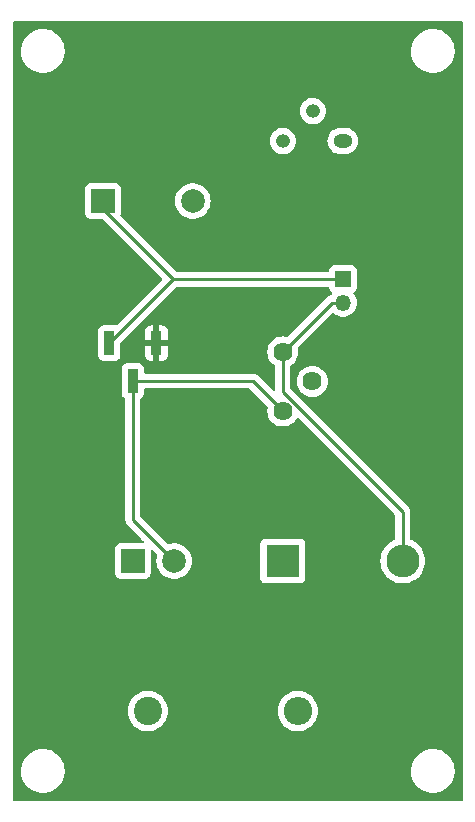
<source format=gbr>
%TF.GenerationSoftware,KiCad,Pcbnew,7.0.7*%
%TF.CreationDate,2024-02-26T23:05:05+05:30*%
%TF.ProjectId,ABC,4142432e-6b69-4636-9164-5f7063625858,v01*%
%TF.SameCoordinates,Original*%
%TF.FileFunction,Copper,L1,Top*%
%TF.FilePolarity,Positive*%
%FSLAX46Y46*%
G04 Gerber Fmt 4.6, Leading zero omitted, Abs format (unit mm)*
G04 Created by KiCad (PCBNEW 7.0.7) date 2024-02-26 23:05:05*
%MOMM*%
%LPD*%
G01*
G04 APERTURE LIST*
%TA.AperFunction,ComponentPad*%
%ADD10R,1.350000X1.350000*%
%TD*%
%TA.AperFunction,ComponentPad*%
%ADD11O,1.350000X1.350000*%
%TD*%
%TA.AperFunction,ComponentPad*%
%ADD12C,1.620000*%
%TD*%
%TA.AperFunction,ComponentPad*%
%ADD13C,2.400000*%
%TD*%
%TA.AperFunction,ComponentPad*%
%ADD14O,2.400000X2.400000*%
%TD*%
%TA.AperFunction,ComponentPad*%
%ADD15O,1.200000X1.200000*%
%TD*%
%TA.AperFunction,ComponentPad*%
%ADD16O,1.600000X1.200000*%
%TD*%
%TA.AperFunction,SMDPad,CuDef*%
%ADD17R,0.900000X2.000000*%
%TD*%
%TA.AperFunction,ComponentPad*%
%ADD18R,2.800000X2.800000*%
%TD*%
%TA.AperFunction,ComponentPad*%
%ADD19O,2.800000X2.800000*%
%TD*%
%TA.AperFunction,ComponentPad*%
%ADD20R,2.000000X2.000000*%
%TD*%
%TA.AperFunction,ComponentPad*%
%ADD21C,2.000000*%
%TD*%
%TA.AperFunction,Conductor*%
%ADD22C,0.250000*%
%TD*%
G04 APERTURE END LIST*
D10*
%TO.P,TH1,1*%
%TO.N,Net-(BZ1--)*%
X127000000Y-108220000D03*
D11*
%TO.P,TH1,2*%
%TO.N,Net-(D1-A)*%
X127000000Y-110220000D03*
%TD*%
D12*
%TO.P,RV1,1,1*%
%TO.N,Net-(D1-A)*%
X121920000Y-114380000D03*
%TO.P,RV1,2,2*%
%TO.N,Net-(J1-Pin_2)*%
X124420000Y-116880000D03*
%TO.P,RV1,3,3*%
X121920000Y-119380000D03*
%TD*%
D13*
%TO.P,R1,1*%
%TO.N,Net-(D1-K)*%
X110490000Y-144780000D03*
D14*
%TO.P,R1,2*%
%TO.N,Net-(Q1-B)*%
X123190000Y-144780000D03*
%TD*%
D15*
%TO.P,Q1,3,C*%
%TO.N,Net-(BZ1-+)*%
X121920000Y-96520000D03*
%TO.P,Q1,2,B*%
%TO.N,Net-(Q1-B)*%
X124460000Y-93980000D03*
D16*
%TO.P,Q1,1,E*%
%TO.N,Net-(J1-Pin_2)*%
X127000000Y-96520000D03*
%TD*%
D17*
%TO.P,J1,1,Pin_1*%
%TO.N,Net-(BZ1--)*%
X107220000Y-113640000D03*
%TO.P,J1,2,Pin_2*%
%TO.N,Net-(J1-Pin_2)*%
X109220000Y-116840000D03*
%TO.P,J1,3,Pin_3*%
%TO.N,GND*%
X111220000Y-113640000D03*
%TD*%
D18*
%TO.P,D1,1,K*%
%TO.N,Net-(D1-K)*%
X121920000Y-132080000D03*
D19*
%TO.P,D1,2,A*%
%TO.N,Net-(D1-A)*%
X132080000Y-132080000D03*
%TD*%
D20*
%TO.P,C1,1*%
%TO.N,Net-(D1-K)*%
X109220000Y-132080000D03*
D21*
%TO.P,C1,2*%
%TO.N,Net-(J1-Pin_2)*%
X112720000Y-132080000D03*
%TD*%
D20*
%TO.P,BZ1,1,-*%
%TO.N,Net-(BZ1--)*%
X106700000Y-101600000D03*
D21*
%TO.P,BZ1,2,+*%
%TO.N,Net-(BZ1-+)*%
X114300000Y-101600000D03*
%TD*%
D22*
%TO.N,Net-(D1-A)*%
X126080000Y-110220000D02*
X127000000Y-110220000D01*
X121920000Y-114380000D02*
X126080000Y-110220000D01*
%TO.N,Net-(BZ1--)*%
X106700000Y-102280000D02*
X112640000Y-108220000D01*
X106700000Y-101600000D02*
X106700000Y-102280000D01*
X107220000Y-113640000D02*
X112640000Y-108220000D01*
X112640000Y-108220000D02*
X127000000Y-108220000D01*
%TO.N,Net-(D1-A)*%
X121920000Y-117774867D02*
X121920000Y-114380000D01*
X132080000Y-127934867D02*
X121920000Y-117774867D01*
X132080000Y-132080000D02*
X132080000Y-127934867D01*
%TO.N,Net-(J1-Pin_2)*%
X109220000Y-128580000D02*
X112720000Y-132080000D01*
X109220000Y-116840000D02*
X109220000Y-128580000D01*
X119380000Y-116840000D02*
X121920000Y-119380000D01*
X109220000Y-116840000D02*
X119380000Y-116840000D01*
%TO.N,Net-(BZ1--)*%
X107220000Y-113640000D02*
X107220000Y-113760000D01*
%TD*%
%TA.AperFunction,Conductor*%
%TO.N,GND*%
G36*
X137102539Y-86380185D02*
G01*
X137148294Y-86432989D01*
X137159500Y-86484500D01*
X137159500Y-152275500D01*
X137139815Y-152342539D01*
X137087011Y-152388294D01*
X137035500Y-152399500D01*
X99184500Y-152399500D01*
X99117461Y-152379815D01*
X99071706Y-152327011D01*
X99060500Y-152275500D01*
X99060500Y-149927763D01*
X99745787Y-149927763D01*
X99775413Y-150197013D01*
X99775415Y-150197024D01*
X99843926Y-150459082D01*
X99843928Y-150459088D01*
X99949870Y-150708390D01*
X100021998Y-150826575D01*
X100090979Y-150939605D01*
X100090986Y-150939615D01*
X100264253Y-151147819D01*
X100264259Y-151147824D01*
X100465998Y-151328582D01*
X100691910Y-151478044D01*
X100937176Y-151593020D01*
X100937183Y-151593022D01*
X100937185Y-151593023D01*
X101196557Y-151671057D01*
X101196564Y-151671058D01*
X101196569Y-151671060D01*
X101464561Y-151710500D01*
X101464566Y-151710500D01*
X101667636Y-151710500D01*
X101719133Y-151706730D01*
X101870156Y-151695677D01*
X101982758Y-151670593D01*
X102134546Y-151636782D01*
X102134548Y-151636781D01*
X102134553Y-151636780D01*
X102387558Y-151540014D01*
X102623777Y-151407441D01*
X102838177Y-151241888D01*
X103026186Y-151046881D01*
X103183799Y-150826579D01*
X103257787Y-150682669D01*
X103307649Y-150585690D01*
X103307651Y-150585684D01*
X103307656Y-150585675D01*
X103395118Y-150329305D01*
X103444319Y-150062933D01*
X103449259Y-149927763D01*
X132765787Y-149927763D01*
X132795413Y-150197013D01*
X132795415Y-150197024D01*
X132863926Y-150459082D01*
X132863928Y-150459088D01*
X132969870Y-150708390D01*
X133041998Y-150826575D01*
X133110979Y-150939605D01*
X133110986Y-150939615D01*
X133284253Y-151147819D01*
X133284259Y-151147824D01*
X133485998Y-151328582D01*
X133711910Y-151478044D01*
X133957176Y-151593020D01*
X133957183Y-151593022D01*
X133957185Y-151593023D01*
X134216557Y-151671057D01*
X134216564Y-151671058D01*
X134216569Y-151671060D01*
X134484561Y-151710500D01*
X134484566Y-151710500D01*
X134687636Y-151710500D01*
X134739133Y-151706730D01*
X134890156Y-151695677D01*
X135002758Y-151670593D01*
X135154546Y-151636782D01*
X135154548Y-151636781D01*
X135154553Y-151636780D01*
X135407558Y-151540014D01*
X135643777Y-151407441D01*
X135858177Y-151241888D01*
X136046186Y-151046881D01*
X136203799Y-150826579D01*
X136277787Y-150682669D01*
X136327649Y-150585690D01*
X136327651Y-150585684D01*
X136327656Y-150585675D01*
X136415118Y-150329305D01*
X136464319Y-150062933D01*
X136474212Y-149792235D01*
X136444586Y-149522982D01*
X136376072Y-149260912D01*
X136270130Y-149011610D01*
X136129018Y-148780390D01*
X136039747Y-148673119D01*
X135955746Y-148572180D01*
X135955740Y-148572175D01*
X135754002Y-148391418D01*
X135528092Y-148241957D01*
X135528090Y-148241956D01*
X135282824Y-148126980D01*
X135282819Y-148126978D01*
X135282814Y-148126976D01*
X135023442Y-148048942D01*
X135023428Y-148048939D01*
X134907791Y-148031921D01*
X134755439Y-148009500D01*
X134552369Y-148009500D01*
X134552364Y-148009500D01*
X134349844Y-148024323D01*
X134349831Y-148024325D01*
X134085453Y-148083217D01*
X134085446Y-148083220D01*
X133832439Y-148179987D01*
X133596226Y-148312557D01*
X133381822Y-148478112D01*
X133193822Y-148673109D01*
X133193816Y-148673116D01*
X133036202Y-148893419D01*
X133036199Y-148893424D01*
X132912350Y-149134309D01*
X132912343Y-149134327D01*
X132824884Y-149390685D01*
X132824881Y-149390699D01*
X132775681Y-149657068D01*
X132775680Y-149657075D01*
X132765787Y-149927763D01*
X103449259Y-149927763D01*
X103454212Y-149792235D01*
X103424586Y-149522982D01*
X103356072Y-149260912D01*
X103250130Y-149011610D01*
X103109018Y-148780390D01*
X103019747Y-148673119D01*
X102935746Y-148572180D01*
X102935740Y-148572175D01*
X102734002Y-148391418D01*
X102508092Y-148241957D01*
X102508090Y-148241956D01*
X102262824Y-148126980D01*
X102262819Y-148126978D01*
X102262814Y-148126976D01*
X102003442Y-148048942D01*
X102003428Y-148048939D01*
X101887791Y-148031921D01*
X101735439Y-148009500D01*
X101532369Y-148009500D01*
X101532364Y-148009500D01*
X101329844Y-148024323D01*
X101329831Y-148024325D01*
X101065453Y-148083217D01*
X101065446Y-148083220D01*
X100812439Y-148179987D01*
X100576226Y-148312557D01*
X100361822Y-148478112D01*
X100173822Y-148673109D01*
X100173816Y-148673116D01*
X100016202Y-148893419D01*
X100016199Y-148893424D01*
X99892350Y-149134309D01*
X99892343Y-149134327D01*
X99804884Y-149390685D01*
X99804881Y-149390699D01*
X99755681Y-149657068D01*
X99755680Y-149657075D01*
X99745787Y-149927763D01*
X99060500Y-149927763D01*
X99060500Y-144780004D01*
X108784732Y-144780004D01*
X108803777Y-145034154D01*
X108803778Y-145034157D01*
X108860492Y-145282637D01*
X108953607Y-145519888D01*
X109081041Y-145740612D01*
X109239950Y-145939877D01*
X109426783Y-146113232D01*
X109637366Y-146256805D01*
X109637371Y-146256807D01*
X109637372Y-146256808D01*
X109637373Y-146256809D01*
X109759328Y-146315538D01*
X109866992Y-146367387D01*
X109866993Y-146367387D01*
X109866996Y-146367389D01*
X110110542Y-146442513D01*
X110362565Y-146480500D01*
X110617435Y-146480500D01*
X110869458Y-146442513D01*
X111113004Y-146367389D01*
X111342634Y-146256805D01*
X111553217Y-146113232D01*
X111740050Y-145939877D01*
X111898959Y-145740612D01*
X112026393Y-145519888D01*
X112119508Y-145282637D01*
X112176222Y-145034157D01*
X112195268Y-144780004D01*
X121484732Y-144780004D01*
X121503777Y-145034154D01*
X121503778Y-145034157D01*
X121560492Y-145282637D01*
X121653607Y-145519888D01*
X121781041Y-145740612D01*
X121939950Y-145939877D01*
X122126783Y-146113232D01*
X122337366Y-146256805D01*
X122337371Y-146256807D01*
X122337372Y-146256808D01*
X122337373Y-146256809D01*
X122459328Y-146315538D01*
X122566992Y-146367387D01*
X122566993Y-146367387D01*
X122566996Y-146367389D01*
X122810542Y-146442513D01*
X123062565Y-146480500D01*
X123317435Y-146480500D01*
X123569458Y-146442513D01*
X123813004Y-146367389D01*
X124042634Y-146256805D01*
X124253217Y-146113232D01*
X124440050Y-145939877D01*
X124598959Y-145740612D01*
X124726393Y-145519888D01*
X124819508Y-145282637D01*
X124876222Y-145034157D01*
X124895268Y-144780000D01*
X124876222Y-144525843D01*
X124819508Y-144277363D01*
X124726393Y-144040112D01*
X124598959Y-143819388D01*
X124440050Y-143620123D01*
X124253217Y-143446768D01*
X124042634Y-143303195D01*
X124042630Y-143303193D01*
X124042627Y-143303191D01*
X124042626Y-143303190D01*
X123813006Y-143192612D01*
X123813008Y-143192612D01*
X123569466Y-143117489D01*
X123569462Y-143117488D01*
X123569458Y-143117487D01*
X123448231Y-143099214D01*
X123317440Y-143079500D01*
X123317435Y-143079500D01*
X123062565Y-143079500D01*
X123062559Y-143079500D01*
X122905609Y-143103157D01*
X122810542Y-143117487D01*
X122810538Y-143117488D01*
X122810539Y-143117488D01*
X122810533Y-143117489D01*
X122566992Y-143192612D01*
X122337373Y-143303190D01*
X122337372Y-143303191D01*
X122126782Y-143446768D01*
X121939952Y-143620121D01*
X121939950Y-143620123D01*
X121781041Y-143819388D01*
X121653608Y-144040109D01*
X121560492Y-144277362D01*
X121560490Y-144277369D01*
X121503777Y-144525845D01*
X121484732Y-144779995D01*
X121484732Y-144780004D01*
X112195268Y-144780004D01*
X112195268Y-144780000D01*
X112176222Y-144525843D01*
X112119508Y-144277363D01*
X112026393Y-144040112D01*
X111898959Y-143819388D01*
X111740050Y-143620123D01*
X111553217Y-143446768D01*
X111342634Y-143303195D01*
X111342630Y-143303193D01*
X111342627Y-143303191D01*
X111342626Y-143303190D01*
X111113006Y-143192612D01*
X111113008Y-143192612D01*
X110869466Y-143117489D01*
X110869462Y-143117488D01*
X110869458Y-143117487D01*
X110748231Y-143099214D01*
X110617440Y-143079500D01*
X110617435Y-143079500D01*
X110362565Y-143079500D01*
X110362559Y-143079500D01*
X110205609Y-143103157D01*
X110110542Y-143117487D01*
X110110538Y-143117488D01*
X110110539Y-143117488D01*
X110110533Y-143117489D01*
X109866992Y-143192612D01*
X109637373Y-143303190D01*
X109637372Y-143303191D01*
X109426782Y-143446768D01*
X109239952Y-143620121D01*
X109239950Y-143620123D01*
X109081041Y-143819388D01*
X108953608Y-144040109D01*
X108860492Y-144277362D01*
X108860490Y-144277369D01*
X108803777Y-144525845D01*
X108784732Y-144779995D01*
X108784732Y-144780004D01*
X99060500Y-144780004D01*
X99060500Y-102647870D01*
X105199500Y-102647870D01*
X105199501Y-102647876D01*
X105205908Y-102707483D01*
X105256202Y-102842328D01*
X105256206Y-102842335D01*
X105342452Y-102957544D01*
X105342455Y-102957547D01*
X105457664Y-103043793D01*
X105457671Y-103043797D01*
X105592517Y-103094091D01*
X105592516Y-103094091D01*
X105599444Y-103094835D01*
X105652127Y-103100500D01*
X106584547Y-103100499D01*
X106651586Y-103120183D01*
X106672228Y-103136818D01*
X111667728Y-108132318D01*
X111701213Y-108193641D01*
X111696229Y-108263333D01*
X111667728Y-108307680D01*
X107866399Y-112109008D01*
X107805076Y-112142493D01*
X107765465Y-112144616D01*
X107717873Y-112139500D01*
X107717865Y-112139500D01*
X106722129Y-112139500D01*
X106722123Y-112139501D01*
X106662516Y-112145908D01*
X106527671Y-112196202D01*
X106527664Y-112196206D01*
X106412455Y-112282452D01*
X106412452Y-112282455D01*
X106326206Y-112397664D01*
X106326202Y-112397671D01*
X106275908Y-112532517D01*
X106269501Y-112592116D01*
X106269500Y-112592135D01*
X106269500Y-114687870D01*
X106269501Y-114687876D01*
X106275908Y-114747483D01*
X106326202Y-114882328D01*
X106326206Y-114882335D01*
X106412452Y-114997544D01*
X106412455Y-114997547D01*
X106527664Y-115083793D01*
X106527671Y-115083797D01*
X106662517Y-115134091D01*
X106662516Y-115134091D01*
X106669444Y-115134835D01*
X106722127Y-115140500D01*
X107717872Y-115140499D01*
X107777483Y-115134091D01*
X107912331Y-115083796D01*
X108027546Y-114997546D01*
X108113796Y-114882331D01*
X108164091Y-114747483D01*
X108170500Y-114687873D01*
X108170499Y-113890000D01*
X110270000Y-113890000D01*
X110270000Y-114687844D01*
X110276401Y-114747372D01*
X110276403Y-114747379D01*
X110326645Y-114882086D01*
X110326649Y-114882093D01*
X110412809Y-114997187D01*
X110412812Y-114997190D01*
X110527906Y-115083350D01*
X110527913Y-115083354D01*
X110662620Y-115133596D01*
X110662627Y-115133598D01*
X110722155Y-115139999D01*
X110722172Y-115140000D01*
X110970000Y-115140000D01*
X110970000Y-113890000D01*
X111470000Y-113890000D01*
X111470000Y-115140000D01*
X111717828Y-115140000D01*
X111717844Y-115139999D01*
X111777372Y-115133598D01*
X111777379Y-115133596D01*
X111912086Y-115083354D01*
X111912093Y-115083350D01*
X112027187Y-114997190D01*
X112027190Y-114997187D01*
X112113350Y-114882093D01*
X112113354Y-114882086D01*
X112163596Y-114747379D01*
X112163598Y-114747372D01*
X112169999Y-114687844D01*
X112170000Y-114687827D01*
X112170000Y-113890000D01*
X111470000Y-113890000D01*
X110970000Y-113890000D01*
X110270000Y-113890000D01*
X108170499Y-113890000D01*
X108170499Y-113625450D01*
X108190183Y-113558412D01*
X108206813Y-113537775D01*
X108354588Y-113390000D01*
X110270000Y-113390000D01*
X110970000Y-113390000D01*
X110970000Y-112140000D01*
X111470000Y-112140000D01*
X111470000Y-113390000D01*
X112170000Y-113390000D01*
X112170000Y-112592172D01*
X112169999Y-112592155D01*
X112163598Y-112532627D01*
X112163596Y-112532620D01*
X112113354Y-112397913D01*
X112113350Y-112397906D01*
X112027190Y-112282812D01*
X112027187Y-112282809D01*
X111912093Y-112196649D01*
X111912086Y-112196645D01*
X111777379Y-112146403D01*
X111777372Y-112146401D01*
X111717844Y-112140000D01*
X111470000Y-112140000D01*
X110970000Y-112140000D01*
X110722155Y-112140000D01*
X110662627Y-112146401D01*
X110662620Y-112146403D01*
X110527913Y-112196645D01*
X110527906Y-112196649D01*
X110412812Y-112282809D01*
X110412809Y-112282812D01*
X110326649Y-112397906D01*
X110326645Y-112397913D01*
X110276403Y-112532620D01*
X110276401Y-112532627D01*
X110270000Y-112592155D01*
X110270000Y-113390000D01*
X108354588Y-113390000D01*
X112862770Y-108881819D01*
X112924094Y-108848334D01*
X112950452Y-108845500D01*
X125702649Y-108845500D01*
X125769688Y-108865185D01*
X125815443Y-108917989D01*
X125825939Y-108956248D01*
X125830908Y-109002483D01*
X125881202Y-109137328D01*
X125881206Y-109137335D01*
X125950358Y-109229709D01*
X125967454Y-109252546D01*
X126053105Y-109316664D01*
X126094975Y-109372597D01*
X126099959Y-109442289D01*
X126077747Y-109490656D01*
X126026492Y-109558529D01*
X125970384Y-109600166D01*
X125942861Y-109605071D01*
X125943083Y-109606825D01*
X125923204Y-109609336D01*
X125923203Y-109609337D01*
X125879878Y-109626490D01*
X125874352Y-109628382D01*
X125829608Y-109641383D01*
X125829604Y-109641385D01*
X125812365Y-109651580D01*
X125794898Y-109660137D01*
X125776269Y-109667512D01*
X125776267Y-109667513D01*
X125738564Y-109694906D01*
X125733682Y-109698112D01*
X125693580Y-109721828D01*
X125679408Y-109736000D01*
X125664623Y-109748628D01*
X125648412Y-109760407D01*
X125618709Y-109796310D01*
X125614777Y-109800631D01*
X122342986Y-113072421D01*
X122281663Y-113105906D01*
X122223212Y-113104515D01*
X122148440Y-113084480D01*
X122148436Y-113084479D01*
X122148435Y-113084479D01*
X122148434Y-113084478D01*
X122148429Y-113084478D01*
X121920002Y-113064494D01*
X121919998Y-113064494D01*
X121691570Y-113084478D01*
X121691563Y-113084479D01*
X121470074Y-113143827D01*
X121470070Y-113143829D01*
X121262247Y-113240738D01*
X121074409Y-113372264D01*
X121074407Y-113372265D01*
X121074404Y-113372268D01*
X120912268Y-113534404D01*
X120780738Y-113722247D01*
X120683830Y-113930068D01*
X120683827Y-113930074D01*
X120624479Y-114151563D01*
X120624478Y-114151570D01*
X120604494Y-114379997D01*
X120604494Y-114380002D01*
X120624478Y-114608429D01*
X120624479Y-114608436D01*
X120683827Y-114829925D01*
X120683828Y-114829927D01*
X120683829Y-114829930D01*
X120780738Y-115037753D01*
X120912264Y-115225591D01*
X121074409Y-115387736D01*
X121241626Y-115504823D01*
X121285248Y-115559397D01*
X121294500Y-115606395D01*
X121294500Y-117570547D01*
X121274815Y-117637586D01*
X121222011Y-117683341D01*
X121152853Y-117693285D01*
X121089297Y-117664260D01*
X121082819Y-117658228D01*
X119880803Y-116456212D01*
X119870980Y-116443950D01*
X119870759Y-116444134D01*
X119865786Y-116438123D01*
X119857215Y-116430074D01*
X119815364Y-116390773D01*
X119804919Y-116380328D01*
X119794475Y-116369883D01*
X119788986Y-116365625D01*
X119784561Y-116361847D01*
X119750582Y-116329938D01*
X119750580Y-116329936D01*
X119750577Y-116329935D01*
X119733029Y-116320288D01*
X119716763Y-116309604D01*
X119700933Y-116297325D01*
X119658168Y-116278818D01*
X119652922Y-116276248D01*
X119612093Y-116253803D01*
X119612092Y-116253802D01*
X119592693Y-116248822D01*
X119574281Y-116242518D01*
X119555898Y-116234562D01*
X119555892Y-116234560D01*
X119509874Y-116227272D01*
X119504152Y-116226087D01*
X119459021Y-116214500D01*
X119459019Y-116214500D01*
X119438984Y-116214500D01*
X119419586Y-116212973D01*
X119412162Y-116211797D01*
X119399805Y-116209840D01*
X119399804Y-116209840D01*
X119353416Y-116214225D01*
X119347578Y-116214500D01*
X110294499Y-116214500D01*
X110227460Y-116194815D01*
X110181705Y-116142011D01*
X110170499Y-116090500D01*
X110170499Y-115792129D01*
X110170498Y-115792123D01*
X110170497Y-115792116D01*
X110164091Y-115732517D01*
X110113796Y-115597669D01*
X110113795Y-115597668D01*
X110113793Y-115597664D01*
X110027547Y-115482455D01*
X110027544Y-115482452D01*
X109912335Y-115396206D01*
X109912328Y-115396202D01*
X109777482Y-115345908D01*
X109777483Y-115345908D01*
X109717883Y-115339501D01*
X109717881Y-115339500D01*
X109717873Y-115339500D01*
X109717864Y-115339500D01*
X108722129Y-115339500D01*
X108722123Y-115339501D01*
X108662516Y-115345908D01*
X108527671Y-115396202D01*
X108527664Y-115396206D01*
X108412455Y-115482452D01*
X108412452Y-115482455D01*
X108326206Y-115597664D01*
X108326202Y-115597671D01*
X108275908Y-115732517D01*
X108269501Y-115792116D01*
X108269501Y-115792123D01*
X108269500Y-115792135D01*
X108269500Y-117887870D01*
X108269501Y-117887876D01*
X108275908Y-117947483D01*
X108326202Y-118082328D01*
X108326206Y-118082335D01*
X108412452Y-118197544D01*
X108412455Y-118197547D01*
X108527663Y-118283792D01*
X108527665Y-118283793D01*
X108527669Y-118283796D01*
X108527673Y-118283797D01*
X108529924Y-118285027D01*
X108531746Y-118286849D01*
X108534769Y-118289112D01*
X108534443Y-118289546D01*
X108579331Y-118334431D01*
X108594500Y-118393861D01*
X108594500Y-128497255D01*
X108592775Y-128512872D01*
X108593061Y-128512899D01*
X108592326Y-128520665D01*
X108594500Y-128589814D01*
X108594500Y-128619343D01*
X108594501Y-128619360D01*
X108595368Y-128626231D01*
X108595826Y-128632050D01*
X108597290Y-128678624D01*
X108597291Y-128678627D01*
X108602880Y-128697867D01*
X108606824Y-128716911D01*
X108609336Y-128736791D01*
X108626490Y-128780119D01*
X108628382Y-128785647D01*
X108641381Y-128830388D01*
X108651580Y-128847634D01*
X108660138Y-128865103D01*
X108667514Y-128883732D01*
X108694898Y-128921423D01*
X108698106Y-128926307D01*
X108721827Y-128966416D01*
X108721833Y-128966424D01*
X108735990Y-128980580D01*
X108748628Y-128995376D01*
X108760405Y-129011586D01*
X108760406Y-129011587D01*
X108796309Y-129041288D01*
X108800620Y-129045210D01*
X109934910Y-130179500D01*
X110123229Y-130367819D01*
X110156714Y-130429142D01*
X110151730Y-130498834D01*
X110109858Y-130554767D01*
X110044394Y-130579184D01*
X110035548Y-130579500D01*
X108172129Y-130579500D01*
X108172123Y-130579501D01*
X108112516Y-130585908D01*
X107977671Y-130636202D01*
X107977664Y-130636206D01*
X107862455Y-130722452D01*
X107862452Y-130722455D01*
X107776206Y-130837664D01*
X107776202Y-130837671D01*
X107725908Y-130972517D01*
X107719501Y-131032116D01*
X107719500Y-131032135D01*
X107719500Y-133127870D01*
X107719501Y-133127876D01*
X107725908Y-133187483D01*
X107776202Y-133322328D01*
X107776206Y-133322335D01*
X107862452Y-133437544D01*
X107862455Y-133437547D01*
X107977664Y-133523793D01*
X107977671Y-133523797D01*
X108112517Y-133574091D01*
X108112516Y-133574091D01*
X108119444Y-133574835D01*
X108172127Y-133580500D01*
X110267872Y-133580499D01*
X110327483Y-133574091D01*
X110462331Y-133523796D01*
X110577546Y-133437546D01*
X110663796Y-133322331D01*
X110714091Y-133187483D01*
X110720500Y-133127873D01*
X110720499Y-131264450D01*
X110740184Y-131197412D01*
X110792987Y-131151657D01*
X110862146Y-131141713D01*
X110925702Y-131170738D01*
X110932180Y-131176770D01*
X111256338Y-131500928D01*
X111289823Y-131562251D01*
X111288863Y-131619049D01*
X111234892Y-131832174D01*
X111234890Y-131832187D01*
X111214357Y-132079994D01*
X111214357Y-132080005D01*
X111234890Y-132327812D01*
X111234892Y-132327824D01*
X111295936Y-132568881D01*
X111395826Y-132796606D01*
X111531833Y-133004782D01*
X111531836Y-133004785D01*
X111700256Y-133187738D01*
X111896491Y-133340474D01*
X112115190Y-133458828D01*
X112350386Y-133539571D01*
X112595665Y-133580500D01*
X112844335Y-133580500D01*
X113089614Y-133539571D01*
X113123698Y-133527870D01*
X120019500Y-133527870D01*
X120019501Y-133527876D01*
X120025908Y-133587483D01*
X120076202Y-133722328D01*
X120076206Y-133722335D01*
X120162452Y-133837544D01*
X120162455Y-133837547D01*
X120277664Y-133923793D01*
X120277671Y-133923797D01*
X120412517Y-133974091D01*
X120412516Y-133974091D01*
X120419444Y-133974835D01*
X120472127Y-133980500D01*
X123367872Y-133980499D01*
X123427483Y-133974091D01*
X123562331Y-133923796D01*
X123677546Y-133837546D01*
X123763796Y-133722331D01*
X123814091Y-133587483D01*
X123820500Y-133527873D01*
X123820499Y-130632128D01*
X123814091Y-130572517D01*
X123763796Y-130437669D01*
X123763795Y-130437668D01*
X123763793Y-130437664D01*
X123677547Y-130322455D01*
X123677544Y-130322452D01*
X123562335Y-130236206D01*
X123562328Y-130236202D01*
X123427482Y-130185908D01*
X123427483Y-130185908D01*
X123367883Y-130179501D01*
X123367881Y-130179500D01*
X123367873Y-130179500D01*
X123367864Y-130179500D01*
X120472129Y-130179500D01*
X120472123Y-130179501D01*
X120412516Y-130185908D01*
X120277671Y-130236202D01*
X120277664Y-130236206D01*
X120162455Y-130322452D01*
X120162452Y-130322455D01*
X120076206Y-130437664D01*
X120076202Y-130437671D01*
X120025908Y-130572517D01*
X120019501Y-130632116D01*
X120019501Y-130632123D01*
X120019500Y-130632135D01*
X120019500Y-133527870D01*
X113123698Y-133527870D01*
X113324810Y-133458828D01*
X113543509Y-133340474D01*
X113739744Y-133187738D01*
X113908164Y-133004785D01*
X114044173Y-132796607D01*
X114144063Y-132568881D01*
X114205108Y-132327821D01*
X114225643Y-132080000D01*
X114205108Y-131832179D01*
X114199198Y-131808840D01*
X114144063Y-131591118D01*
X114044173Y-131363393D01*
X113908166Y-131155217D01*
X113811206Y-131049891D01*
X113739744Y-130972262D01*
X113543509Y-130819526D01*
X113543507Y-130819525D01*
X113543506Y-130819524D01*
X113324811Y-130701172D01*
X113324802Y-130701169D01*
X113089616Y-130620429D01*
X112844335Y-130579500D01*
X112595665Y-130579500D01*
X112350386Y-130620428D01*
X112270713Y-130647780D01*
X112200914Y-130650929D01*
X112142770Y-130618179D01*
X109881819Y-128357228D01*
X109848334Y-128295905D01*
X109845500Y-128269547D01*
X109845500Y-118393861D01*
X109865185Y-118326822D01*
X109905418Y-118289362D01*
X109905231Y-118289112D01*
X109907565Y-118287364D01*
X109910076Y-118285027D01*
X109912323Y-118283798D01*
X109912331Y-118283796D01*
X110027546Y-118197546D01*
X110113796Y-118082331D01*
X110164091Y-117947483D01*
X110170500Y-117887873D01*
X110170500Y-117589500D01*
X110190185Y-117522461D01*
X110242989Y-117476706D01*
X110294500Y-117465500D01*
X119069548Y-117465500D01*
X119136587Y-117485185D01*
X119157229Y-117501819D01*
X120612421Y-118957011D01*
X120645906Y-119018334D01*
X120644515Y-119076784D01*
X120624480Y-119151559D01*
X120624479Y-119151566D01*
X120604494Y-119379997D01*
X120604494Y-119380002D01*
X120624478Y-119608429D01*
X120624479Y-119608436D01*
X120683827Y-119829925D01*
X120683828Y-119829927D01*
X120683829Y-119829930D01*
X120780738Y-120037753D01*
X120912264Y-120225591D01*
X121074409Y-120387736D01*
X121262247Y-120519262D01*
X121470070Y-120616171D01*
X121691565Y-120675521D01*
X121854732Y-120689796D01*
X121919998Y-120695506D01*
X121920000Y-120695506D01*
X121920002Y-120695506D01*
X121977108Y-120690509D01*
X122148435Y-120675521D01*
X122369930Y-120616171D01*
X122577753Y-120519262D01*
X122765591Y-120387736D01*
X122927736Y-120225591D01*
X123059262Y-120037753D01*
X123060432Y-120035242D01*
X123061241Y-120034324D01*
X123061967Y-120033067D01*
X123062219Y-120033212D01*
X123106594Y-119982802D01*
X123173784Y-119963641D01*
X123240668Y-119983847D01*
X123260499Y-119999956D01*
X131418181Y-128157638D01*
X131451666Y-128218961D01*
X131454500Y-128245319D01*
X131454500Y-130198813D01*
X131434815Y-130265852D01*
X131382011Y-130311607D01*
X131373834Y-130314994D01*
X131288493Y-130346825D01*
X131288481Y-130346830D01*
X131049892Y-130477109D01*
X131049891Y-130477110D01*
X130832259Y-130640028D01*
X130832247Y-130640038D01*
X130640038Y-130832247D01*
X130640028Y-130832259D01*
X130477110Y-131049891D01*
X130477109Y-131049892D01*
X130346830Y-131288480D01*
X130318889Y-131363393D01*
X130251825Y-131543199D01*
X130251824Y-131543202D01*
X130251823Y-131543206D01*
X130194040Y-131808832D01*
X130194039Y-131808839D01*
X130174645Y-132079998D01*
X130174645Y-132080001D01*
X130194039Y-132351160D01*
X130194040Y-132351167D01*
X130251823Y-132616793D01*
X130251825Y-132616801D01*
X130328330Y-132821920D01*
X130346830Y-132871519D01*
X130477109Y-133110107D01*
X130477110Y-133110108D01*
X130477113Y-133110113D01*
X130640029Y-133327742D01*
X130640033Y-133327746D01*
X130640038Y-133327752D01*
X130832247Y-133519961D01*
X130832253Y-133519966D01*
X130832258Y-133519971D01*
X131049887Y-133682887D01*
X131049891Y-133682889D01*
X131049892Y-133682890D01*
X131288481Y-133813169D01*
X131288480Y-133813169D01*
X131288484Y-133813170D01*
X131288487Y-133813172D01*
X131543199Y-133908175D01*
X131808840Y-133965961D01*
X132060604Y-133983967D01*
X132079999Y-133985355D01*
X132080000Y-133985355D01*
X132080001Y-133985355D01*
X132098100Y-133984060D01*
X132351160Y-133965961D01*
X132616801Y-133908175D01*
X132871513Y-133813172D01*
X132871517Y-133813169D01*
X132871519Y-133813169D01*
X133037882Y-133722328D01*
X133110113Y-133682887D01*
X133327742Y-133519971D01*
X133519971Y-133327742D01*
X133682887Y-133110113D01*
X133813172Y-132871513D01*
X133908175Y-132616801D01*
X133965961Y-132351160D01*
X133985355Y-132080000D01*
X133965961Y-131808840D01*
X133908175Y-131543199D01*
X133813172Y-131288487D01*
X133813170Y-131288484D01*
X133813169Y-131288480D01*
X133682890Y-131049892D01*
X133682889Y-131049891D01*
X133682887Y-131049887D01*
X133519971Y-130832258D01*
X133519966Y-130832253D01*
X133519961Y-130832247D01*
X133327752Y-130640038D01*
X133327746Y-130640033D01*
X133327742Y-130640029D01*
X133110113Y-130477113D01*
X133110108Y-130477110D01*
X133110107Y-130477109D01*
X132871518Y-130346830D01*
X132871505Y-130346825D01*
X132786164Y-130314994D01*
X132730232Y-130273123D01*
X132705815Y-130207659D01*
X132705499Y-130198839D01*
X132705499Y-128017616D01*
X132707224Y-128001995D01*
X132706938Y-128001968D01*
X132707671Y-127994208D01*
X132707673Y-127994200D01*
X132705500Y-127925052D01*
X132705500Y-127895517D01*
X132704631Y-127888639D01*
X132704172Y-127882810D01*
X132702709Y-127836239D01*
X132697122Y-127817011D01*
X132693174Y-127797951D01*
X132690663Y-127778071D01*
X132673512Y-127734754D01*
X132671619Y-127729225D01*
X132658618Y-127684476D01*
X132658616Y-127684473D01*
X132648423Y-127667238D01*
X132639861Y-127649761D01*
X132632487Y-127631137D01*
X132632486Y-127631135D01*
X132605079Y-127593412D01*
X132601888Y-127588553D01*
X132578172Y-127548450D01*
X132578165Y-127548441D01*
X132564006Y-127534282D01*
X132551368Y-127519486D01*
X132539594Y-127503280D01*
X132503688Y-127473576D01*
X132499376Y-127469653D01*
X122581819Y-117552095D01*
X122548334Y-117490772D01*
X122545500Y-117464414D01*
X122545500Y-116880002D01*
X123104494Y-116880002D01*
X123124478Y-117108429D01*
X123124479Y-117108436D01*
X123183827Y-117329925D01*
X123183828Y-117329927D01*
X123183829Y-117329930D01*
X123280738Y-117537753D01*
X123412264Y-117725591D01*
X123574409Y-117887736D01*
X123762247Y-118019262D01*
X123970070Y-118116171D01*
X124191565Y-118175521D01*
X124354732Y-118189796D01*
X124419998Y-118195506D01*
X124420000Y-118195506D01*
X124420002Y-118195506D01*
X124477108Y-118190509D01*
X124648435Y-118175521D01*
X124869930Y-118116171D01*
X125077753Y-118019262D01*
X125265591Y-117887736D01*
X125427736Y-117725591D01*
X125559262Y-117537753D01*
X125656171Y-117329930D01*
X125715521Y-117108435D01*
X125735506Y-116880000D01*
X125715521Y-116651565D01*
X125656171Y-116430070D01*
X125559262Y-116222247D01*
X125427736Y-116034409D01*
X125265591Y-115872264D01*
X125077753Y-115740738D01*
X124869930Y-115643829D01*
X124869927Y-115643828D01*
X124869925Y-115643827D01*
X124648436Y-115584479D01*
X124648429Y-115584478D01*
X124420002Y-115564494D01*
X124419998Y-115564494D01*
X124191570Y-115584478D01*
X124191563Y-115584479D01*
X123970074Y-115643827D01*
X123970070Y-115643829D01*
X123762247Y-115740738D01*
X123574409Y-115872264D01*
X123574407Y-115872265D01*
X123574404Y-115872268D01*
X123412268Y-116034404D01*
X123412265Y-116034407D01*
X123412264Y-116034409D01*
X123280738Y-116222247D01*
X123230523Y-116329935D01*
X123183830Y-116430068D01*
X123183827Y-116430074D01*
X123124479Y-116651563D01*
X123124478Y-116651570D01*
X123104494Y-116879997D01*
X123104494Y-116880002D01*
X122545500Y-116880002D01*
X122545500Y-115606395D01*
X122565185Y-115539356D01*
X122598371Y-115504824D01*
X122765591Y-115387736D01*
X122927736Y-115225591D01*
X123059262Y-115037753D01*
X123156171Y-114829930D01*
X123215521Y-114608435D01*
X123235506Y-114380000D01*
X123215521Y-114151565D01*
X123195483Y-114076787D01*
X123197146Y-114006937D01*
X123227575Y-113957013D01*
X126065665Y-111118924D01*
X126126986Y-111085441D01*
X126196678Y-111090425D01*
X126236878Y-111114967D01*
X126288568Y-111162088D01*
X126393218Y-111226884D01*
X126473786Y-111276770D01*
X126473792Y-111276773D01*
X126496664Y-111285633D01*
X126676931Y-111355470D01*
X126891074Y-111395500D01*
X126891076Y-111395500D01*
X127108924Y-111395500D01*
X127108926Y-111395500D01*
X127323069Y-111355470D01*
X127526210Y-111276772D01*
X127711432Y-111162088D01*
X127872427Y-111015322D01*
X128003712Y-110841472D01*
X128100817Y-110646459D01*
X128160435Y-110436923D01*
X128180536Y-110220000D01*
X128160435Y-110003077D01*
X128100817Y-109793541D01*
X128003712Y-109598528D01*
X127922251Y-109490656D01*
X127897560Y-109425297D01*
X127912125Y-109356962D01*
X127946895Y-109316665D01*
X127994545Y-109280993D01*
X128032546Y-109252546D01*
X128118796Y-109137331D01*
X128169091Y-109002483D01*
X128175500Y-108942873D01*
X128175499Y-107497128D01*
X128169091Y-107437517D01*
X128118796Y-107302669D01*
X128118795Y-107302668D01*
X128118793Y-107302664D01*
X128032547Y-107187455D01*
X128032544Y-107187452D01*
X127917335Y-107101206D01*
X127917328Y-107101202D01*
X127782482Y-107050908D01*
X127782483Y-107050908D01*
X127722883Y-107044501D01*
X127722881Y-107044500D01*
X127722873Y-107044500D01*
X127722864Y-107044500D01*
X126277129Y-107044500D01*
X126277123Y-107044501D01*
X126217516Y-107050908D01*
X126082671Y-107101202D01*
X126082664Y-107101206D01*
X125967455Y-107187452D01*
X125967452Y-107187455D01*
X125881206Y-107302664D01*
X125881202Y-107302671D01*
X125830910Y-107437513D01*
X125830909Y-107437517D01*
X125825937Y-107483757D01*
X125799201Y-107548306D01*
X125741809Y-107588154D01*
X125702649Y-107594500D01*
X112950452Y-107594500D01*
X112883413Y-107574815D01*
X112862771Y-107558181D01*
X108200994Y-102896403D01*
X108167509Y-102835080D01*
X108172492Y-102765390D01*
X108194091Y-102707483D01*
X108200500Y-102647873D01*
X108200500Y-101600005D01*
X112794357Y-101600005D01*
X112814890Y-101847812D01*
X112814892Y-101847824D01*
X112875936Y-102088881D01*
X112975826Y-102316606D01*
X113111833Y-102524782D01*
X113111836Y-102524785D01*
X113280256Y-102707738D01*
X113476491Y-102860474D01*
X113695190Y-102978828D01*
X113930386Y-103059571D01*
X114175665Y-103100500D01*
X114424335Y-103100500D01*
X114669614Y-103059571D01*
X114904810Y-102978828D01*
X115123509Y-102860474D01*
X115319744Y-102707738D01*
X115488164Y-102524785D01*
X115624173Y-102316607D01*
X115724063Y-102088881D01*
X115785108Y-101847821D01*
X115805643Y-101600000D01*
X115785108Y-101352179D01*
X115724063Y-101111119D01*
X115624173Y-100883393D01*
X115624172Y-100883393D01*
X115488166Y-100675217D01*
X115466557Y-100651744D01*
X115319744Y-100492262D01*
X115123509Y-100339526D01*
X115123507Y-100339525D01*
X115123506Y-100339524D01*
X114904811Y-100221172D01*
X114904802Y-100221169D01*
X114669616Y-100140429D01*
X114424335Y-100099500D01*
X114175665Y-100099500D01*
X113930383Y-100140429D01*
X113695197Y-100221169D01*
X113695188Y-100221172D01*
X113476493Y-100339524D01*
X113280257Y-100492261D01*
X113111833Y-100675217D01*
X112975826Y-100883393D01*
X112875936Y-101111118D01*
X112814892Y-101352175D01*
X112814890Y-101352187D01*
X112794357Y-101599994D01*
X112794357Y-101600005D01*
X108200500Y-101600005D01*
X108200499Y-100552128D01*
X108194091Y-100492517D01*
X108143796Y-100357669D01*
X108143795Y-100357668D01*
X108143793Y-100357664D01*
X108057547Y-100242455D01*
X108057544Y-100242452D01*
X107942335Y-100156206D01*
X107942328Y-100156202D01*
X107807482Y-100105908D01*
X107807483Y-100105908D01*
X107747883Y-100099501D01*
X107747881Y-100099500D01*
X107747873Y-100099500D01*
X107747864Y-100099500D01*
X105652129Y-100099500D01*
X105652123Y-100099501D01*
X105592516Y-100105908D01*
X105457671Y-100156202D01*
X105457664Y-100156206D01*
X105342455Y-100242452D01*
X105342452Y-100242455D01*
X105256206Y-100357664D01*
X105256202Y-100357671D01*
X105205908Y-100492517D01*
X105199501Y-100552116D01*
X105199501Y-100552123D01*
X105199500Y-100552135D01*
X105199500Y-102647870D01*
X99060500Y-102647870D01*
X99060500Y-96520000D01*
X120814785Y-96520000D01*
X120833602Y-96723082D01*
X120889417Y-96919247D01*
X120889422Y-96919260D01*
X120980327Y-97101821D01*
X121103237Y-97264581D01*
X121253958Y-97401980D01*
X121253960Y-97401982D01*
X121331525Y-97450008D01*
X121427363Y-97509348D01*
X121617544Y-97583024D01*
X121818024Y-97620500D01*
X121818026Y-97620500D01*
X122021974Y-97620500D01*
X122021976Y-97620500D01*
X122222456Y-97583024D01*
X122412637Y-97509348D01*
X122586041Y-97401981D01*
X122736764Y-97264579D01*
X122859673Y-97101821D01*
X122950582Y-96919250D01*
X123006397Y-96723083D01*
X123025215Y-96520000D01*
X123020341Y-96467401D01*
X125695746Y-96467401D01*
X125705745Y-96677327D01*
X125755296Y-96881578D01*
X125755298Y-96881582D01*
X125842598Y-97072743D01*
X125842601Y-97072748D01*
X125842602Y-97072750D01*
X125842604Y-97072753D01*
X125905627Y-97161256D01*
X125964515Y-97243953D01*
X125964520Y-97243959D01*
X126116620Y-97388985D01*
X126211578Y-97450011D01*
X126293428Y-97502613D01*
X126488543Y-97580725D01*
X126591729Y-97600612D01*
X126694914Y-97620500D01*
X126694915Y-97620500D01*
X127252419Y-97620500D01*
X127252425Y-97620500D01*
X127409218Y-97605528D01*
X127610875Y-97546316D01*
X127797682Y-97450011D01*
X127962886Y-97320092D01*
X128100519Y-97161256D01*
X128205604Y-96979244D01*
X128274344Y-96780633D01*
X128304254Y-96572602D01*
X128294254Y-96362670D01*
X128244704Y-96158424D01*
X128227494Y-96120739D01*
X128157401Y-95967256D01*
X128157398Y-95967251D01*
X128157397Y-95967250D01*
X128157396Y-95967247D01*
X128035486Y-95796048D01*
X128035484Y-95796046D01*
X128035479Y-95796040D01*
X127883379Y-95651014D01*
X127706574Y-95537388D01*
X127689748Y-95530652D01*
X127511457Y-95459275D01*
X127511455Y-95459274D01*
X127305086Y-95419500D01*
X127305085Y-95419500D01*
X126747575Y-95419500D01*
X126590781Y-95434472D01*
X126590782Y-95434472D01*
X126590778Y-95434473D01*
X126389127Y-95493683D01*
X126202313Y-95589991D01*
X126037116Y-95719905D01*
X126037112Y-95719909D01*
X125899478Y-95878746D01*
X125794398Y-96060750D01*
X125725656Y-96259365D01*
X125725656Y-96259367D01*
X125710804Y-96362670D01*
X125695746Y-96467401D01*
X123020341Y-96467401D01*
X123006397Y-96316917D01*
X122950582Y-96120750D01*
X122859673Y-95938179D01*
X122736764Y-95775421D01*
X122736762Y-95775418D01*
X122586041Y-95638019D01*
X122586039Y-95638017D01*
X122412642Y-95530655D01*
X122412635Y-95530651D01*
X122228390Y-95459275D01*
X122222456Y-95456976D01*
X122021976Y-95419500D01*
X121818024Y-95419500D01*
X121617544Y-95456976D01*
X121617541Y-95456976D01*
X121617541Y-95456977D01*
X121427364Y-95530651D01*
X121427357Y-95530655D01*
X121253960Y-95638017D01*
X121253958Y-95638019D01*
X121103237Y-95775418D01*
X120980327Y-95938178D01*
X120889422Y-96120739D01*
X120889417Y-96120752D01*
X120833602Y-96316917D01*
X120814785Y-96519999D01*
X120814785Y-96520000D01*
X99060500Y-96520000D01*
X99060500Y-93980000D01*
X123354785Y-93980000D01*
X123373602Y-94183082D01*
X123429417Y-94379247D01*
X123429422Y-94379260D01*
X123520327Y-94561821D01*
X123643237Y-94724581D01*
X123793958Y-94861980D01*
X123793960Y-94861982D01*
X123893141Y-94923392D01*
X123967363Y-94969348D01*
X124157544Y-95043024D01*
X124358024Y-95080500D01*
X124358026Y-95080500D01*
X124561974Y-95080500D01*
X124561976Y-95080500D01*
X124762456Y-95043024D01*
X124952637Y-94969348D01*
X125126041Y-94861981D01*
X125276764Y-94724579D01*
X125399673Y-94561821D01*
X125490582Y-94379250D01*
X125546397Y-94183083D01*
X125565215Y-93980000D01*
X125546397Y-93776917D01*
X125490582Y-93580750D01*
X125399673Y-93398179D01*
X125276764Y-93235421D01*
X125276762Y-93235418D01*
X125126041Y-93098019D01*
X125126039Y-93098017D01*
X124952642Y-92990655D01*
X124952635Y-92990651D01*
X124857546Y-92953814D01*
X124762456Y-92916976D01*
X124561976Y-92879500D01*
X124358024Y-92879500D01*
X124157544Y-92916976D01*
X124157541Y-92916976D01*
X124157541Y-92916977D01*
X123967364Y-92990651D01*
X123967357Y-92990655D01*
X123793960Y-93098017D01*
X123793958Y-93098019D01*
X123643237Y-93235418D01*
X123520327Y-93398178D01*
X123429422Y-93580739D01*
X123429417Y-93580752D01*
X123373602Y-93776917D01*
X123354785Y-93979999D01*
X123354785Y-93980000D01*
X99060500Y-93980000D01*
X99060500Y-88967763D01*
X99745787Y-88967763D01*
X99775413Y-89237013D01*
X99775415Y-89237024D01*
X99843926Y-89499082D01*
X99843928Y-89499088D01*
X99949870Y-89748390D01*
X100021998Y-89866575D01*
X100090979Y-89979605D01*
X100090986Y-89979615D01*
X100264253Y-90187819D01*
X100264259Y-90187824D01*
X100465998Y-90368582D01*
X100691910Y-90518044D01*
X100937176Y-90633020D01*
X100937183Y-90633022D01*
X100937185Y-90633023D01*
X101196557Y-90711057D01*
X101196564Y-90711058D01*
X101196569Y-90711060D01*
X101464561Y-90750500D01*
X101464566Y-90750500D01*
X101667636Y-90750500D01*
X101719133Y-90746730D01*
X101870156Y-90735677D01*
X101982758Y-90710593D01*
X102134546Y-90676782D01*
X102134548Y-90676781D01*
X102134553Y-90676780D01*
X102387558Y-90580014D01*
X102623777Y-90447441D01*
X102838177Y-90281888D01*
X103026186Y-90086881D01*
X103183799Y-89866579D01*
X103257787Y-89722669D01*
X103307649Y-89625690D01*
X103307651Y-89625684D01*
X103307656Y-89625675D01*
X103395118Y-89369305D01*
X103444319Y-89102933D01*
X103449259Y-88967763D01*
X132765787Y-88967763D01*
X132795413Y-89237013D01*
X132795415Y-89237024D01*
X132863926Y-89499082D01*
X132863928Y-89499088D01*
X132969870Y-89748390D01*
X133041998Y-89866575D01*
X133110979Y-89979605D01*
X133110986Y-89979615D01*
X133284253Y-90187819D01*
X133284259Y-90187824D01*
X133485998Y-90368582D01*
X133711910Y-90518044D01*
X133957176Y-90633020D01*
X133957183Y-90633022D01*
X133957185Y-90633023D01*
X134216557Y-90711057D01*
X134216564Y-90711058D01*
X134216569Y-90711060D01*
X134484561Y-90750500D01*
X134484566Y-90750500D01*
X134687636Y-90750500D01*
X134739133Y-90746730D01*
X134890156Y-90735677D01*
X135002758Y-90710593D01*
X135154546Y-90676782D01*
X135154548Y-90676781D01*
X135154553Y-90676780D01*
X135407558Y-90580014D01*
X135643777Y-90447441D01*
X135858177Y-90281888D01*
X136046186Y-90086881D01*
X136203799Y-89866579D01*
X136277787Y-89722669D01*
X136327649Y-89625690D01*
X136327651Y-89625684D01*
X136327656Y-89625675D01*
X136415118Y-89369305D01*
X136464319Y-89102933D01*
X136474212Y-88832235D01*
X136444586Y-88562982D01*
X136376072Y-88300912D01*
X136270130Y-88051610D01*
X136129018Y-87820390D01*
X136039747Y-87713119D01*
X135955746Y-87612180D01*
X135955740Y-87612175D01*
X135754002Y-87431418D01*
X135528092Y-87281957D01*
X135528090Y-87281956D01*
X135282824Y-87166980D01*
X135282819Y-87166978D01*
X135282814Y-87166976D01*
X135023442Y-87088942D01*
X135023428Y-87088939D01*
X134907791Y-87071921D01*
X134755439Y-87049500D01*
X134552369Y-87049500D01*
X134552364Y-87049500D01*
X134349844Y-87064323D01*
X134349831Y-87064325D01*
X134085453Y-87123217D01*
X134085446Y-87123220D01*
X133832439Y-87219987D01*
X133596226Y-87352557D01*
X133381822Y-87518112D01*
X133193822Y-87713109D01*
X133193816Y-87713116D01*
X133036202Y-87933419D01*
X133036199Y-87933424D01*
X132912350Y-88174309D01*
X132912343Y-88174327D01*
X132824884Y-88430685D01*
X132824881Y-88430699D01*
X132775681Y-88697068D01*
X132775680Y-88697075D01*
X132765787Y-88967763D01*
X103449259Y-88967763D01*
X103454212Y-88832235D01*
X103424586Y-88562982D01*
X103356072Y-88300912D01*
X103250130Y-88051610D01*
X103109018Y-87820390D01*
X103019747Y-87713119D01*
X102935746Y-87612180D01*
X102935740Y-87612175D01*
X102734002Y-87431418D01*
X102508092Y-87281957D01*
X102508090Y-87281956D01*
X102262824Y-87166980D01*
X102262819Y-87166978D01*
X102262814Y-87166976D01*
X102003442Y-87088942D01*
X102003428Y-87088939D01*
X101887791Y-87071921D01*
X101735439Y-87049500D01*
X101532369Y-87049500D01*
X101532364Y-87049500D01*
X101329844Y-87064323D01*
X101329831Y-87064325D01*
X101065453Y-87123217D01*
X101065446Y-87123220D01*
X100812439Y-87219987D01*
X100576226Y-87352557D01*
X100361822Y-87518112D01*
X100173822Y-87713109D01*
X100173816Y-87713116D01*
X100016202Y-87933419D01*
X100016199Y-87933424D01*
X99892350Y-88174309D01*
X99892343Y-88174327D01*
X99804884Y-88430685D01*
X99804881Y-88430699D01*
X99755681Y-88697068D01*
X99755680Y-88697075D01*
X99745787Y-88967763D01*
X99060500Y-88967763D01*
X99060500Y-86484500D01*
X99080185Y-86417461D01*
X99132989Y-86371706D01*
X99184500Y-86360500D01*
X137035500Y-86360500D01*
X137102539Y-86380185D01*
G37*
%TD.AperFunction*%
%TD*%
M02*

</source>
